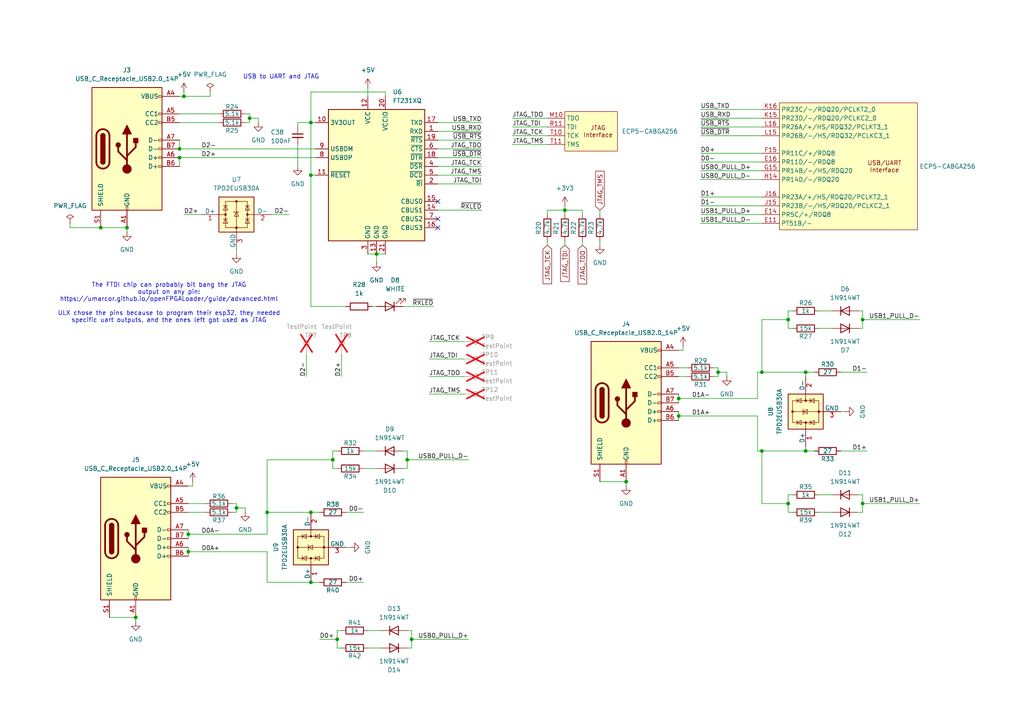
<source format=kicad_sch>
(kicad_sch (version 20250114) (generator "eeschema") (generator_version "9.0")
  (paper "A4")
  (title_block (title "Icepi zero") (date "2025-07-02") (rev "v1.2") (company "Chengyin Yao (cheyao)") (comment 1 "https://github.com/cheyao/icepi-zero") (comment 9 "OSHWA FR000026"))
  (text "USB to UART and JTAG" (at 81.534 22.352 0) (effects (font (size 1.27 1.27))))
  (text "The FTDI chip can probably bit bang the JTAG\noutput on any pin:\nhttps://umarcor.github.io/openFPGALoader/guide/advanced.html\n\nULX chose the pins because to program their esp32, they needed\nspecific uart outputs, and the ones left got used as JTAG" (at 49.022 87.884 0) (effects (font (size 1.27 1.27))))
  (junction (at 77.47 148.59))
  (junction (at 72.39 34.29))
  (junction (at 109.22 73.66))
  (junction (at 233.68 107.95))
  (junction (at 53.34 27.94))
  (junction (at 90.17 50.8))
  (junction (at 68.58 147.32))
  (junction (at 39.37 179.07))
  (junction (at 54.61 154.94))
  (junction (at 196.85 115.57))
  (junction (at 36.83 66.04))
  (junction (at 52.07 45.72))
  (junction (at 220.98 130.81))
  (junction (at 220.98 107.95))
  (junction (at 97.79 185.42))
  (junction (at 29.21 66.04))
  (junction (at 181.61 139.7))
  (junction (at 228.6 92.71))
  (junction (at 208.28 107.95))
  (junction (at 52.07 43.18))
  (junction (at 119.38 185.42))
  (junction (at 196.85 120.65))
  (junction (at 250.19 92.71))
  (junction (at 54.61 160.02))
  (junction (at 233.68 130.81))
  (junction (at 228.6 146.05))
  (junction (at 96.52 133.35))
  (junction (at 163.83 60.96))
  (junction (at 90.17 148.59))
  (junction (at 250.19 146.05))
  (junction (at 90.17 35.56))
  (junction (at 118.11 133.35))
  (junction (at 90.17 168.91))
  (no_connect (at 127 66.04))
  (no_connect (at 127 63.5))
  (no_connect (at 127 58.42))
  (wire (pts (xy 105.41 135.89) (xy 109.22 135.89)))
  (wire (pts (xy 158.75 69.85) (xy 158.75 71.12)))
  (wire (pts (xy 77.47 133.35) (xy 77.47 148.59)))
  (wire (pts (xy 72.39 33.02) (xy 72.39 34.29)))
  (wire (pts (xy 118.11 133.35) (xy 135.89 133.35)))
  (wire (pts (xy 100.33 88.9) (xy 90.17 88.9)))
  (wire (pts (xy 245.11 119.38) (xy 243.84 119.38)))
  (wire (pts (xy 250.19 148.59) (xy 248.92 148.59)))
  (wire (pts (xy 99.06 102.87) (xy 99.06 109.22)))
  (wire (pts (xy 118.11 187.96) (xy 119.38 187.96)))
  (wire (pts (xy 54.61 154.94) (xy 77.47 154.94)))
  (wire (pts (xy 124.46 104.14) (xy 134.62 104.14)))
  (wire (pts (xy 228.6 92.71) (xy 228.6 95.25)))
  (wire (pts (xy 90.17 88.9) (xy 90.17 50.8)))
  (wire (pts (xy 77.47 133.35) (xy 96.52 133.35)))
  (wire (pts (xy 101.6 158.75) (xy 100.33 158.75)))
  (wire (pts (xy 198.12 100.33) (xy 198.12 101.6)))
  (wire (pts (xy 173.99 69.85) (xy 173.99 71.12)))
  (wire (pts (xy 54.61 158.75) (xy 54.61 160.02)))
  (wire (pts (xy 118.11 133.35) (xy 118.11 135.89)))
  (wire (pts (xy 196.85 120.65) (xy 196.85 121.92)))
  (wire (pts (xy 233.68 107.95) (xy 220.98 107.95)))
  (wire (pts (xy 196.85 115.57) (xy 219.71 115.57)))
  (wire (pts (xy 207.01 109.22) (xy 208.28 109.22)))
  (wire (pts (xy 250.19 146.05) (xy 250.19 148.59)))
  (wire (pts (xy 96.52 130.81) (xy 97.79 130.81)))
  (wire (pts (xy 173.99 60.96) (xy 173.99 62.23)))
  (wire (pts (xy 228.6 95.25) (xy 229.87 95.25)))
  (wire (pts (xy 127 50.8) (xy 139.7 50.8)))
  (wire (pts (xy 233.68 109.22) (xy 233.68 107.95)))
  (wire (pts (xy 91.44 45.72) (xy 52.07 45.72)))
  (wire (pts (xy 203.2 39.37) (xy 220.98 39.37)))
  (wire (pts (xy 168.91 60.96) (xy 168.91 62.23)))
  (wire (pts (xy 97.79 182.88) (xy 99.06 182.88)))
  (wire (pts (xy 96.52 135.89) (xy 97.79 135.89)))
  (wire (pts (xy 127 60.96) (xy 139.7 60.96)))
  (wire (pts (xy 220.98 146.05) (xy 220.98 130.81)))
  (wire (pts (xy 158.75 60.96) (xy 158.75 62.23)))
  (wire (pts (xy 77.47 148.59) (xy 77.47 154.94)))
  (wire (pts (xy 243.84 130.81) (xy 251.46 130.81)))
  (wire (pts (xy 208.28 106.68) (xy 208.28 107.95)))
  (wire (pts (xy 148.59 41.91) (xy 158.75 41.91)))
  (wire (pts (xy 71.12 33.02) (xy 72.39 33.02)))
  (wire (pts (xy 203.2 31.75) (xy 220.98 31.75)))
  (wire (pts (xy 163.83 60.96) (xy 158.75 60.96)))
  (wire (pts (xy 55.88 139.7) (xy 55.88 140.97)))
  (wire (pts (xy 207.01 106.68) (xy 208.28 106.68)))
  (wire (pts (xy 243.84 107.95) (xy 251.46 107.95)))
  (wire (pts (xy 196.85 106.68) (xy 199.39 106.68)))
  (wire (pts (xy 228.6 143.51) (xy 229.87 143.51)))
  (wire (pts (xy 119.38 185.42) (xy 135.89 185.42)))
  (wire (pts (xy 196.85 114.3) (xy 196.85 115.57)))
  (wire (pts (xy 106.68 73.66) (xy 109.22 73.66)))
  (wire (pts (xy 233.68 130.81) (xy 233.68 129.54)))
  (wire (pts (xy 228.6 90.17) (xy 229.87 90.17)))
  (wire (pts (xy 219.71 120.65) (xy 219.71 130.81)))
  (wire (pts (xy 203.2 49.53) (xy 220.98 49.53)))
  (wire (pts (xy 210.82 109.22) (xy 210.82 107.95)))
  (wire (pts (xy 52.07 35.56) (xy 63.5 35.56)))
  (wire (pts (xy 220.98 146.05) (xy 228.6 146.05)))
  (wire (pts (xy 127 45.72) (xy 139.7 45.72)))
  (wire (pts (xy 92.71 185.42) (xy 97.79 185.42)))
  (wire (pts (xy 203.2 34.29) (xy 220.98 34.29)))
  (wire (pts (xy 250.19 143.51) (xy 250.19 146.05)))
  (wire (pts (xy 53.34 62.23) (xy 58.42 62.23)))
  (wire (pts (xy 90.17 50.8) (xy 90.17 35.56)))
  (wire (pts (xy 90.17 148.59) (xy 77.47 148.59)))
  (wire (pts (xy 111.76 27.94) (xy 111.76 26.67)))
  (wire (pts (xy 124.46 114.3) (xy 134.62 114.3)))
  (wire (pts (xy 220.98 130.81) (xy 233.68 130.81)))
  (wire (pts (xy 203.2 64.77) (xy 220.98 64.77)))
  (wire (pts (xy 74.93 35.56) (xy 74.93 34.29)))
  (wire (pts (xy 67.31 146.05) (xy 68.58 146.05)))
  (wire (pts (xy 127 48.26) (xy 139.7 48.26)))
  (wire (pts (xy 20.32 64.77) (xy 20.32 66.04)))
  (wire (pts (xy 68.58 72.39) (xy 68.58 73.66)))
  (wire (pts (xy 148.59 36.83) (xy 158.75 36.83)))
  (wire (pts (xy 203.2 57.15) (xy 220.98 57.15)))
  (wire (pts (xy 203.2 52.07) (xy 220.98 52.07)))
  (wire (pts (xy 220.98 92.71) (xy 228.6 92.71)))
  (wire (pts (xy 86.36 36.83) (xy 86.36 35.56)))
  (wire (pts (xy 248.92 95.25) (xy 250.19 95.25)))
  (wire (pts (xy 55.88 140.97) (xy 54.61 140.97)))
  (wire (pts (xy 203.2 46.99) (xy 220.98 46.99)))
  (wire (pts (xy 72.39 34.29) (xy 72.39 35.56)))
  (wire (pts (xy 228.6 148.59) (xy 229.87 148.59)))
  (wire (pts (xy 68.58 147.32) (xy 68.58 148.59)))
  (wire (pts (xy 119.38 185.42) (xy 119.38 187.96)))
  (wire (pts (xy 97.79 187.96) (xy 99.06 187.96)))
  (wire (pts (xy 77.47 160.02) (xy 77.47 168.91)))
  (wire (pts (xy 106.68 187.96) (xy 110.49 187.96)))
  (wire (pts (xy 52.07 43.18) (xy 91.44 43.18)))
  (wire (pts (xy 124.46 99.06) (xy 134.62 99.06)))
  (wire (pts (xy 60.96 27.94) (xy 53.34 27.94)))
  (wire (pts (xy 54.61 154.94) (xy 54.61 153.67)))
  (wire (pts (xy 77.47 168.91) (xy 90.17 168.91)))
  (wire (pts (xy 100.33 148.59) (xy 105.41 148.59)))
  (wire (pts (xy 163.83 60.96) (xy 163.83 62.23)))
  (wire (pts (xy 250.19 92.71) (xy 250.19 95.25)))
  (wire (pts (xy 237.49 90.17) (xy 241.3 90.17)))
  (wire (pts (xy 54.61 156.21) (xy 54.61 154.94)))
  (wire (pts (xy 54.61 160.02) (xy 54.61 161.29)))
  (wire (pts (xy 97.79 187.96) (xy 97.79 185.42)))
  (wire (pts (xy 90.17 168.91) (xy 92.71 168.91)))
  (wire (pts (xy 109.22 73.66) (xy 111.76 73.66)))
  (wire (pts (xy 71.12 35.56) (xy 72.39 35.56)))
  (wire (pts (xy 196.85 115.57) (xy 196.85 116.84)))
  (wire (pts (xy 118.11 182.88) (xy 119.38 182.88)))
  (wire (pts (xy 233.68 130.81) (xy 236.22 130.81)))
  (wire (pts (xy 116.84 130.81) (xy 118.11 130.81)))
  (wire (pts (xy 163.83 59.69) (xy 163.83 60.96)))
  (wire (pts (xy 90.17 148.59) (xy 92.71 148.59)))
  (wire (pts (xy 86.36 35.56) (xy 90.17 35.56)))
  (wire (pts (xy 228.6 146.05) (xy 228.6 143.51)))
  (wire (pts (xy 106.68 25.4) (xy 106.68 27.94)))
  (wire (pts (xy 237.49 143.51) (xy 241.3 143.51)))
  (wire (pts (xy 228.6 92.71) (xy 228.6 90.17)))
  (wire (pts (xy 208.28 107.95) (xy 208.28 109.22)))
  (wire (pts (xy 67.31 148.59) (xy 68.58 148.59)))
  (wire (pts (xy 106.68 182.88) (xy 110.49 182.88)))
  (wire (pts (xy 248.92 90.17) (xy 250.19 90.17)))
  (wire (pts (xy 127 43.18) (xy 139.7 43.18)))
  (wire (pts (xy 203.2 36.83) (xy 220.98 36.83)))
  (wire (pts (xy 116.84 135.89) (xy 118.11 135.89)))
  (wire (pts (xy 250.19 92.71) (xy 266.7 92.71)))
  (wire (pts (xy 233.68 107.95) (xy 236.22 107.95)))
  (wire (pts (xy 118.11 130.81) (xy 118.11 133.35)))
  (wire (pts (xy 54.61 146.05) (xy 59.69 146.05)))
  (wire (pts (xy 54.61 160.02) (xy 77.47 160.02)))
  (wire (pts (xy 148.59 39.37) (xy 158.75 39.37)))
  (wire (pts (xy 90.17 26.67) (xy 90.17 35.56)))
  (wire (pts (xy 119.38 182.88) (xy 119.38 185.42)))
  (wire (pts (xy 203.2 62.23) (xy 220.98 62.23)))
  (wire (pts (xy 107.95 88.9) (xy 109.22 88.9)))
  (wire (pts (xy 53.34 26.67) (xy 53.34 27.94)))
  (wire (pts (xy 116.84 88.9) (xy 125.73 88.9)))
  (wire (pts (xy 208.28 107.95) (xy 210.82 107.95)))
  (wire (pts (xy 78.74 62.23) (xy 83.82 62.23)))
  (wire (pts (xy 71.12 148.59) (xy 71.12 147.32)))
  (wire (pts (xy 181.61 139.7) (xy 181.61 140.97)))
  (wire (pts (xy 248.92 143.51) (xy 250.19 143.51)))
  (wire (pts (xy 54.61 148.59) (xy 59.69 148.59)))
  (wire (pts (xy 29.21 66.04) (xy 36.83 66.04)))
  (wire (pts (xy 237.49 148.59) (xy 241.3 148.59)))
  (wire (pts (xy 96.52 135.89) (xy 96.52 133.35)))
  (wire (pts (xy 163.83 69.85) (xy 163.83 71.12)))
  (wire (pts (xy 86.36 41.91) (xy 86.36 48.26)))
  (wire (pts (xy 39.37 179.07) (xy 39.37 180.34)))
  (wire (pts (xy 219.71 107.95) (xy 219.71 115.57)))
  (wire (pts (xy 68.58 146.05) (xy 68.58 147.32)))
  (wire (pts (xy 127 40.64) (xy 139.7 40.64)))
  (wire (pts (xy 109.22 76.2) (xy 109.22 73.66)))
  (wire (pts (xy 220.98 107.95) (xy 219.71 107.95)))
  (wire (pts (xy 90.17 35.56) (xy 91.44 35.56)))
  (wire (pts (xy 52.07 33.02) (xy 63.5 33.02)))
  (wire (pts (xy 196.85 120.65) (xy 219.71 120.65)))
  (wire (pts (xy 72.39 34.29) (xy 74.93 34.29)))
  (wire (pts (xy 250.19 146.05) (xy 266.7 146.05)))
  (wire (pts (xy 68.58 147.32) (xy 71.12 147.32)))
  (wire (pts (xy 163.83 60.96) (xy 168.91 60.96)))
  (wire (pts (xy 100.33 168.91) (xy 105.41 168.91)))
  (wire (pts (xy 36.83 66.04) (xy 36.83 67.31)))
  (wire (pts (xy 53.34 27.94) (xy 52.07 27.94)))
  (wire (pts (xy 228.6 146.05) (xy 228.6 148.59)))
  (wire (pts (xy 196.85 109.22) (xy 199.39 109.22)))
  (wire (pts (xy 148.59 34.29) (xy 158.75 34.29)))
  (wire (pts (xy 219.71 130.81) (xy 220.98 130.81)))
  (wire (pts (xy 198.12 101.6) (xy 196.85 101.6)))
  (wire (pts (xy 91.44 50.8) (xy 90.17 50.8)))
  (wire (pts (xy 237.49 95.25) (xy 241.3 95.25)))
  (wire (pts (xy 96.52 133.35) (xy 96.52 130.81)))
  (wire (pts (xy 196.85 119.38) (xy 196.85 120.65)))
  (wire (pts (xy 52.07 40.64) (xy 52.07 43.18)))
  (wire (pts (xy 31.75 179.07) (xy 39.37 179.07)))
  (wire (pts (xy 97.79 185.42) (xy 97.79 182.88)))
  (wire (pts (xy 88.9 102.87) (xy 88.9 109.22)))
  (wire (pts (xy 52.07 45.72) (xy 52.07 48.26)))
  (wire (pts (xy 127 38.1) (xy 139.7 38.1)))
  (wire (pts (xy 203.2 44.45) (xy 220.98 44.45)))
  (wire (pts (xy 60.96 26.67) (xy 60.96 27.94)))
  (wire (pts (xy 168.91 69.85) (xy 168.91 71.12)))
  (wire (pts (xy 127 35.56) (xy 139.7 35.56)))
  (wire (pts (xy 20.32 66.04) (xy 29.21 66.04)))
  (wire (pts (xy 173.99 139.7) (xy 181.61 139.7)))
  (wire (pts (xy 111.76 26.67) (xy 90.17 26.67)))
  (wire (pts (xy 124.46 109.22) (xy 134.62 109.22)))
  (wire (pts (xy 203.2 59.69) (xy 220.98 59.69)))
  (wire (pts (xy 127 53.34) (xy 139.7 53.34)))
  (wire (pts (xy 250.19 90.17) (xy 250.19 92.71)))
  (wire (pts (xy 220.98 107.95) (xy 220.98 92.71)))
  (wire (pts (xy 105.41 130.81) (xy 109.22 130.81)))
  (label "JTAG_TDO" (at 139.7 43.18 180))
  (label "JTAG_TCK" (at 139.7 48.26 180))
  (label "D0+" (at 203.2 44.45 0))
  (label "D2-" (at 83.82 62.23 180))
  (label "D0-" (at 105.41 148.59 180))
  (label "~{USB_DTR}" (at 139.7 45.72 180))
  (label "USB1_PULL_D-" (at 266.7 92.71 180))
  (label "USB1_PULL_D-" (at 203.2 64.77 0))
  (label "USB1_PULL_D+" (at 203.2 62.23 0))
  (label "D0A-" (at 58.42 154.94 0))
  (label "D1A+" (at 200.66 120.65 0))
  (label "~{USB_RTS}" (at 203.2 36.83 0))
  (label "~{RXLED}" (at 125.73 88.9 180))
  (label "JTAG_TDI" (at 139.7 53.34 180))
  (label "JTAG_TDI" (at 148.59 36.83 0))
  (label "D1-" (at 203.2 59.69 0))
  (label "D1-" (at 251.46 107.95 180))
  (label "JTAG_TMS" (at 148.59 41.91 0))
  (label "D2-" (at 58.42 43.18 0))
  (label "D2-" (at 88.9 109.22 90))
  (label "D0+" (at 92.71 185.42 0))
  (label "USB0_PULL_D+" (at 203.2 49.53 0))
  (label "USB_TXD" (at 139.7 35.56 180))
  (label "~{RXLED}" (at 139.7 60.96 180))
  (label "~{USB_RTS}" (at 139.7 40.64 180))
  (label "USB0_PULL_D-" (at 203.2 52.07 0))
  (label "D2+" (at 53.34 62.23 0))
  (label "D1A-" (at 200.66 115.57 0))
  (label "JTAG_TCK" (at 124.46 99.06 0))
  (label "JTAG_TDO" (at 148.59 34.29 0))
  (label "D1+" (at 251.46 130.81 180))
  (label "USB0_PULL_D-" (at 135.89 133.35 180))
  (label "D0A+" (at 58.42 160.02 0))
  (label "D2+" (at 58.42 45.72 0))
  (label "USB1_PULL_D+" (at 266.7 146.05 180))
  (label "USB_TXD" (at 203.2 31.75 0))
  (label "USB0_PULL_D+" (at 135.89 185.42 180))
  (label "D1+" (at 203.2 57.15 0))
  (label "D0+" (at 105.41 168.91 180))
  (label "D0-" (at 203.2 46.99 0))
  (label "~{USB_DTR}" (at 203.2 39.37 0))
  (label "JTAG_TDI" (at 124.46 104.14 0))
  (label "JTAG_TMS" (at 139.7 50.8 180))
  (label "USB_RXD" (at 139.7 38.1 180))
  (label "JTAG_TCK" (at 148.59 39.37 0))
  (label "D2+" (at 99.06 109.22 90))
  (label "JTAG_TDO" (at 124.46 109.22 0))
  (label "USB_RXD" (at 203.2 34.29 0))
  (label "JTAG_TMS" (at 124.46 114.3 0))
  (global_label "JTAG_TMS" (shape input) (at 173.99 60.96 90) (property "Intersheetrefs" "${INTERSHEET_REFS}" (effects (hide yes))))
  (global_label "JTAG_TCK" (shape input) (at 158.75 71.12 270) (property "Intersheetrefs" "${INTERSHEET_REFS}" (effects (hide yes))))
  (global_label "JTAG_TDI" (shape input) (at 163.83 71.12 270) (property "Intersheetrefs" "${INTERSHEET_REFS}" (effects (hide yes))))
  (global_label "JTAG_TDO" (shape input) (at 168.91 71.12 270) (property "Intersheetrefs" "${INTERSHEET_REFS}" (effects (hide yes))))
  (symbol (lib_id "Device:R") (at 240.03 130.81 270) (unit 1)
    (property "Reference" "R33" (at 240.03 133.096 90))
    (property "Value" "27" (at 240.03 130.81 90))
    (property "Footprint" "Resistor_SMD:R_0201_0603Metric" (effects (hide yes)))
    (property "Description" "Resistor" (effects (hide yes)))
    (property "LCSC Part #" "C473051" (effects (hide yes)))
  )
  (symbol (lib_id "Connector:USB_C_Receptacle_USB2.0_14P") (at 181.61 116.84 0) (unit 1)
    (property "Reference" "J4" (at 181.61 93.98 0))
    (property "Value" "USB_C_Receptacle_USB2.0_14P" (at 181.61 96.52 0))
    (property "Footprint" "Connector_USB:USB_C_Receptacle_GCT_USB4105-xx-A_16P_TopMnt_Horizontal" (effects (hide yes)))
    (property "Datasheet" "https://www.usb.org/sites/default/files/documents/usb_type-c.zip" (effects (hide yes)))
    (property "Description" "USB 2.0-only 14P Type-C Receptacle connector" (effects (hide yes)))
    (property "LCSC Part #" "C2765186" (effects (hide yes)))
  )
  (symbol (lib_id "Diode:1N914WT") (at 245.11 148.59 0) (mirror y) (unit 1)
    (property "Reference" "D12" (at 245.11 154.94 0))
    (property "Value" "1N914WT" (at 245.11 152.4 0))
    (property "Footprint" "Diode_SMD:D_SOD-523" (effects (hide yes)))
    (property "Datasheet" "http://www.mouser.com/ds/2/149/1N4148WT-461550.pdf" (effects (hide yes)))
    (property "Description" "75V 0.15A Fast switching Diode, SOD-523" (effects (hide yes)))
    (property "Sim.Device" "D" (effects (hide yes)))
    (property "Sim.Pins" "1=K 2=A" (effects (hide yes)))
    (property "LCSC Part #" "C2836064" (effects (hide yes)))
  )
  (symbol (lib_id "Power_Protection:TPD2EUSB30A") (at 68.58 62.23 0) (unit 1)
    (property "Reference" "U7" (at 68.58 52.07 0))
    (property "Value" "TPD2EUSB30A" (at 68.58 54.61 0))
    (property "Footprint" "Package_TO_SOT_SMD:Texas_DRT-3" (effects (hide yes)))
    (property "Datasheet" "http://www.ti.com/lit/ds/symlink/tpd2eusb30a.pdf" (effects (hide yes)))
    (property "Description" "2-Channel ESD Protection for Super-Speed USB 3.0 Interface, DRT-3" (effects (hide yes)))
    (property "LCSC Part #" "C3011197" (effects (hide yes)))
  )
  (symbol (lib_id "Device:R") (at 233.68 90.17 270) (mirror x) (unit 1)
    (property "Reference" "R26" (at 233.68 87.884 90))
    (property "Value" "1k" (at 233.68 90.17 90))
    (property "Footprint" "Resistor_SMD:R_0402_1005Metric" (effects (hide yes)))
    (property "Description" "Resistor" (effects (hide yes)))
    (property "LCSC Part #" "C11702" (effects (hide yes)))
  )
  (symbol (lib_id "power:GND") (at 71.12 148.59 0) (unit 1)
    (property "Reference" "#PWR068" (effects (hide yes)))
    (property "Value" "GND" (at 71.12 153.67 0))
    (property "Description" "Power symbol creates a global label with name \"GND\" , ground" (effects (hide yes)))
  )
  (symbol (lib_id "power:+5V") (at 106.68 25.4 0) (unit 1)
    (property "Reference" "#PWR056" (effects (hide yes)))
    (property "Value" "+5V" (at 106.68 20.32 0))
    (property "Description" "Power symbol creates a global label with name \"+5V\"" (effects (hide yes)))
  )
  (symbol (lib_id "power:GND") (at 210.82 109.22 0) (unit 1)
    (property "Reference" "#PWR064" (effects (hide yes)))
    (property "Value" "GND" (at 210.82 114.3 0))
    (property "Description" "Power symbol creates a global label with name \"GND\" , ground" (effects (hide yes)))
  )
  (symbol (lib_id "Connector:TestPoint") (at 134.62 104.14 270) (unit 1) (dnp yes)
    (property "Reference" "TP10" (at 139.7 102.8699 90) (effects (justify left)))
    (property "Value" "TestPoint" (at 139.7 105.4099 90) (effects (justify left)))
    (property "Footprint" "TestPoint:TestPoint_Pad_D1.0mm" (effects (hide yes)))
    (property "Description" "test point" (effects (hide yes)))
  )
  (symbol (lib_id "power:GND") (at 181.61 140.97 0) (unit 1)
    (property "Reference" "#PWR067" (effects (hide yes)))
    (property "Value" "GND" (at 181.61 146.05 0))
    (property "Description" "Power symbol creates a global label with name \"GND\" , ground" (effects (hide yes)))
  )
  (symbol (lib_id "power:GND") (at 36.83 67.31 0) (unit 1)
    (property "Reference" "#PWR060" (effects (hide yes)))
    (property "Value" "GND" (at 36.83 72.39 0))
    (property "Description" "Power symbol creates a global label with name \"GND\" , ground" (effects (hide yes)))
  )
  (symbol (lib_id "Connector:USB_C_Receptacle_USB2.0_14P") (at 36.83 43.18 0) (unit 1)
    (property "Reference" "J3" (at 36.83 20.32 0))
    (property "Value" "USB_C_Receptacle_USB2.0_14P" (at 36.83 22.86 0))
    (property "Footprint" "Connector_USB:USB_C_Receptacle_GCT_USB4105-xx-A_16P_TopMnt_Horizontal" (effects (hide yes)))
    (property "Datasheet" "https://www.usb.org/sites/default/files/documents/usb_type-c.zip" (effects (hide yes)))
    (property "Description" "USB 2.0-only 14P Type-C Receptacle connector" (effects (hide yes)))
    (property "LCSC Part #" "C2765186" (effects (hide yes)))
  )
  (symbol (lib_id "power:GND") (at 109.22 76.2 0) (unit 1)
    (property "Reference" "#PWR062" (effects (hide yes)))
    (property "Value" "GND" (at 109.22 81.28 0))
    (property "Description" "Power symbol creates a global label with name \"GND\" , ground" (effects (hide yes)))
  )
  (symbol (lib_id "Diode:1N914WT") (at 114.3 182.88 0) (mirror x) (unit 1)
    (property "Reference" "D13" (at 114.3 176.53 0))
    (property "Value" "1N914WT" (at 114.3 179.07 0))
    (property "Footprint" "Diode_SMD:D_SOD-523" (effects (hide yes)))
    (property "Datasheet" "http://www.mouser.com/ds/2/149/1N4148WT-461550.pdf" (effects (hide yes)))
    (property "Description" "75V 0.15A Fast switching Diode, SOD-523" (effects (hide yes)))
    (property "Sim.Device" "D" (effects (hide yes)))
    (property "Sim.Pins" "1=K 2=A" (effects (hide yes)))
    (property "LCSC Part #" "C2836064" (effects (hide yes)))
  )
  (symbol (lib_id "Device:R") (at 96.52 148.59 270) (mirror x) (unit 1)
    (property "Reference" "R38" (at 96.52 146.304 90))
    (property "Value" "27" (at 96.52 148.59 90))
    (property "Footprint" "Resistor_SMD:R_0201_0603Metric" (effects (hide yes)))
    (property "Description" "Resistor" (effects (hide yes)))
    (property "LCSC Part #" "C473051" (effects (hide yes)))
  )
  (symbol (lib_id "Device:R") (at 203.2 109.22 270) (unit 1)
    (property "Reference" "R31" (at 203.2 111.506 90))
    (property "Value" "5.1k" (at 203.2 109.22 90))
    (property "Footprint" "Resistor_SMD:R_0402_1005Metric" (effects (hide yes)))
    (property "Description" "Resistor" (effects (hide yes)))
    (property "LCSC Part #" "C25905 " (effects (hide yes)))
  )
  (symbol (lib_id "Device:R") (at 101.6 135.89 270) (unit 1)
    (property "Reference" "R34" (at 101.6 138.176 90))
    (property "Value" "15k" (at 101.6 135.89 90))
    (property "Footprint" "Resistor_SMD:R_0402_1005Metric" (effects (hide yes)))
    (property "Description" "Resistor" (effects (hide yes)))
    (property "LCSC Part #" "C25756" (effects (hide yes)))
  )
  (symbol (lib_id "Device:R") (at 168.91 66.04 0) (unit 1)
    (property "Reference" "R22" (at 166.37 68.072 90) (effects (justify left)))
    (property "Value" "4.7k" (at 168.91 68.072 90) (effects (justify left)))
    (property "Footprint" "Resistor_SMD:R_0402_1005Metric" (effects (hide yes)))
    (property "Description" "Resistor" (effects (hide yes)))
    (property "LCSC Part #" "C25900 " (effects (hide yes)))
  )
  (symbol (lib_id "Diode:1N914WT") (at 245.11 95.25 0) (mirror y) (unit 1)
    (property "Reference" "D7" (at 245.11 101.6 0))
    (property "Value" "1N914WT" (at 245.11 99.06 0))
    (property "Footprint" "Diode_SMD:D_SOD-523" (effects (hide yes)))
    (property "Datasheet" "http://www.mouser.com/ds/2/149/1N4148WT-461550.pdf" (effects (hide yes)))
    (property "Description" "75V 0.15A Fast switching Diode, SOD-523" (effects (hide yes)))
    (property "Sim.Device" "D" (effects (hide yes)))
    (property "Sim.Pins" "1=K 2=A" (effects (hide yes)))
    (property "LCSC Part #" "C2836064" (effects (hide yes)))
  )
  (symbol (lib_id "Device:R") (at 101.6 130.81 270) (mirror x) (unit 1)
    (property "Reference" "R32" (at 101.6 128.524 90))
    (property "Value" "1k" (at 101.6 130.81 90))
    (property "Footprint" "Resistor_SMD:R_0402_1005Metric" (effects (hide yes)))
    (property "Description" "Resistor" (effects (hide yes)))
    (property "LCSC Part #" "C11702" (effects (hide yes)))
  )
  (symbol (lib_id "Device:C_Small") (at 86.36 39.37 0) (unit 1)
    (property "Reference" "C38" (at 78.486 38.354 0) (effects (justify left)))
    (property "Value" "100nF" (at 78.486 40.894 0) (effects (justify left)))
    (property "Footprint" "Capacitor_SMD:C_0402_1005Metric" (effects (hide yes)))
    (property "Description" "Unpolarized capacitor, small symbol" (effects (hide yes)))
    (property "LCSC Part #" "C307331 " (effects (hide yes)))
  )
  (symbol (lib_id "Device:R") (at 163.83 66.04 0) (unit 1)
    (property "Reference" "R21" (at 161.29 68.072 90) (effects (justify left)))
    (property "Value" "4.7k" (at 163.83 68.072 90) (effects (justify left)))
    (property "Footprint" "Resistor_SMD:R_0402_1005Metric" (effects (hide yes)))
    (property "Description" "Resistor" (effects (hide yes)))
    (property "LCSC Part #" "C25900 " (effects (hide yes)))
  )
  (symbol (lib_id "Connector:TestPoint") (at 99.06 102.87 0) (unit 1) (dnp yes)
    (property "Reference" "TP8" (at 102.108 97.282 0) (effects (justify right)))
    (property "Value" "TestPoint" (at 102.108 94.742 0) (effects (justify right)))
    (property "Footprint" "TestPoint:TestPoint_Pad_D2.0mm" (effects (hide yes)))
    (property "Description" "test point" (effects (hide yes)))
  )
  (symbol (lib_id "power:GND") (at 74.93 35.56 0) (unit 1)
    (property "Reference" "#PWR058" (effects (hide yes)))
    (property "Value" "GND" (at 74.93 40.64 0))
    (property "Description" "Power symbol creates a global label with name \"GND\" , ground" (effects (hide yes)))
  )
  (symbol (lib_id "power:GND") (at 86.36 48.26 0) (unit 1)
    (property "Reference" "#PWR059" (effects (hide yes)))
    (property "Value" "GND" (at 86.36 53.34 0))
    (property "Description" "Power symbol creates a global label with name \"GND\" , ground" (effects (hide yes)))
  )
  (symbol (lib_id "Device:LED") (at 113.03 88.9 180) (unit 1)
    (property "Reference" "D8" (at 114.6175 81.28 0))
    (property "Value" "WHITE" (at 114.6175 83.82 0))
    (property "Footprint" "LED_SMD:LED_0603_1608Metric" (effects (hide yes)))
    (property "Description" "Light emitting diode" (effects (hide yes)))
    (property "Sim.Pins" "1=K 2=A" (effects (hide yes)))
    (property "LCSC Part #" "C2290" (effects (hide yes)))
  )
  (symbol (lib_id "Diode:1N914WT") (at 114.3 187.96 0) (mirror y) (unit 1)
    (property "Reference" "D14" (at 114.3 194.31 0))
    (property "Value" "1N914WT" (at 114.3 191.77 0))
    (property "Footprint" "Diode_SMD:D_SOD-523" (effects (hide yes)))
    (property "Datasheet" "http://www.mouser.com/ds/2/149/1N4148WT-461550.pdf" (effects (hide yes)))
    (property "Description" "75V 0.15A Fast switching Diode, SOD-523" (effects (hide yes)))
    (property "Sim.Device" "D" (effects (hide yes)))
    (property "Sim.Pins" "1=K 2=A" (effects (hide yes)))
    (property "LCSC Part #" "C2836064" (effects (hide yes)))
  )
  (symbol (lib_id "power:+5V") (at 198.12 100.33 0) (unit 1)
    (property "Reference" "#PWR063" (effects (hide yes)))
    (property "Value" "+5V" (at 198.12 95.25 0))
    (property "Description" "Power symbol creates a global label with name \"+5V\"" (effects (hide yes)))
  )
  (symbol (lib_id "power:GND") (at 68.58 73.66 0) (unit 1)
    (property "Reference" "#PWR061" (effects (hide yes)))
    (property "Value" "GND" (at 68.58 78.74 0))
    (property "Description" "Power symbol creates a global label with name \"GND\" , ground" (effects (hide yes)))
  )
  (symbol (lib_id "Device:R") (at 104.14 88.9 90) (unit 1)
    (property "Reference" "R28" (at 104.14 82.55 90))
    (property "Value" "1k" (at 104.14 85.09 90))
    (property "Footprint" "Resistor_SMD:R_0402_1005Metric" (effects (hide yes)))
    (property "Description" "Resistor" (effects (hide yes)))
    (property "LCSC Part #" "C11702" (effects (hide yes)))
  )
  (symbol (lib_id "Interface_USB:FT231XQ") (at 109.22 50.8 0) (unit 1)
    (property "Reference" "U6" (at 113.9033 26.67 0) (effects (justify left)))
    (property "Value" "FT231XQ" (at 113.9033 29.21 0) (effects (justify left)))
    (property "Footprint" "Package_DFN_QFN:QFN-20-1EP_4x4mm_P0.5mm_EP2.5x2.5mm" (effects (hide yes)))
    (property "Datasheet" "https://www.ftdichip.com/Support/Documents/DataSheets/ICs/DS_FT231X.pdf" (effects (hide yes)))
    (property "Description" "Full Speed USB to Full Handshake UART, QFN-20" (effects (hide yes)))
    (property "LCSC Part #" "C132159" (effects (hide yes)))
  )
  (symbol (lib_id "Power_Protection:TPD2EUSB30A") (at 90.17 158.75 90) (unit 1)
    (property "Reference" "U9" (at 80.01 158.75 0))
    (property "Value" "TPD2EUSB30A" (at 82.55 158.75 0))
    (property "Footprint" "Package_TO_SOT_SMD:Texas_DRT-3" (effects (hide yes)))
    (property "Datasheet" "http://www.ti.com/lit/ds/symlink/tpd2eusb30a.pdf" (effects (hide yes)))
    (property "Description" "2-Channel ESD Protection for Super-Speed USB 3.0 Interface, DRT-3" (effects (hide yes)))
    (property "LCSC Part #" "C3011197" (effects (hide yes)))
  )
  (symbol (lib_id "Diode:1N914WT") (at 245.11 143.51 0) (mirror x) (unit 1)
    (property "Reference" "D11" (at 245.11 137.16 0))
    (property "Value" "1N914WT" (at 245.11 139.7 0))
    (property "Footprint" "Diode_SMD:D_SOD-523" (effects (hide yes)))
    (property "Datasheet" "http://www.mouser.com/ds/2/149/1N4148WT-461550.pdf" (effects (hide yes)))
    (property "Description" "75V 0.15A Fast switching Diode, SOD-523" (effects (hide yes)))
    (property "Sim.Device" "D" (effects (hide yes)))
    (property "Sim.Pins" "1=K 2=A" (effects (hide yes)))
    (property "LCSC Part #" "C2836064" (effects (hide yes)))
  )
  (symbol (lib_id "Device:R") (at 67.31 35.56 270) (unit 1)
    (property "Reference" "R25" (at 67.31 37.846 90))
    (property "Value" "5.1k" (at 67.31 35.56 90))
    (property "Footprint" "Resistor_SMD:R_0402_1005Metric" (effects (hide yes)))
    (property "Description" "Resistor" (effects (hide yes)))
    (property "LCSC Part #" "C25905 " (effects (hide yes)))
  )
  (symbol (lib_id "Device:R") (at 173.99 66.04 0) (unit 1)
    (property "Reference" "R23" (at 171.45 68.072 90) (effects (justify left)))
    (property "Value" "4.7k" (at 173.99 68.072 90) (effects (justify left)))
    (property "Footprint" "Resistor_SMD:R_0402_1005Metric" (effects (hide yes)))
    (property "Description" "Resistor" (effects (hide yes)))
    (property "LCSC Part #" "C25900 " (effects (hide yes)))
  )
  (symbol (lib_id "power:PWR_FLAG") (at 20.32 64.77 0) (unit 1)
    (property "Reference" "#FLG07" (effects (hide yes)))
    (property "Value" "PWR_FLAG" (at 20.32 59.69 0))
    (property "Description" "Special symbol for telling ERC where power comes from" (effects (hide yes)))
  )
  (symbol (lib_id "power:+5V") (at 55.88 139.7 0) (unit 1)
    (property "Reference" "#PWR066" (effects (hide yes)))
    (property "Value" "+5V" (at 55.88 134.62 0))
    (property "Description" "Power symbol creates a global label with name \"+5V\"" (effects (hide yes)))
  )
  (symbol (lib_id "icepi-lib:LFE5U-25F-6BG256x") (at 171.45 38.1 0) (unit 2)
    (property "Reference" "U1" (effects (hide yes)))
    (property "Value" "ECP5-CABGA256" (at 180.34 38.1 0) (effects (justify left)))
    (property "Footprint" "Package_BGA:BGA-256_14.0x14.0mm_Layout16x16_P0.8mm_Ball0.45mm_Pad0.32mm_NSMD" (effects (hide yes)))
    (property "Description" "ECP5 FPGA, 24K LUTs, 1.2V, BGA-256" (effects (hide yes)))
  )
  (symbol (lib_id "Connector:TestPoint") (at 134.62 109.22 270) (unit 1) (dnp yes)
    (property "Reference" "TP11" (at 139.7 107.9499 90) (effects (justify left)))
    (property "Value" "TestPoint" (at 139.7 110.4899 90) (effects (justify left)))
    (property "Footprint" "TestPoint:TestPoint_Pad_D1.0mm" (effects (hide yes)))
    (property "Description" "test point" (effects (hide yes)))
  )
  (symbol (lib_id "power:GND") (at 173.99 71.12 0) (unit 1)
    (property "Reference" "#PWR055" (effects (hide yes)))
    (property "Value" "GND" (at 173.99 76.2 0))
    (property "Description" "Power symbol creates a global label with name \"GND\" , ground" (effects (hide yes)))
  )
  (symbol (lib_id "Device:R") (at 233.68 148.59 270) (unit 1)
    (property "Reference" "R39" (at 233.68 150.876 90))
    (property "Value" "15k" (at 233.68 148.59 90))
    (property "Footprint" "Resistor_SMD:R_0402_1005Metric" (effects (hide yes)))
    (property "Description" "Resistor" (effects (hide yes)))
    (property "LCSC Part #" "C25756" (effects (hide yes)))
  )
  (symbol (lib_id "Diode:1N914WT") (at 113.03 135.89 0) (mirror y) (unit 1)
    (property "Reference" "D10" (at 113.03 142.24 0))
    (property "Value" "1N914WT" (at 113.03 139.7 0))
    (property "Footprint" "Diode_SMD:D_SOD-523" (effects (hide yes)))
    (property "Datasheet" "http://www.mouser.com/ds/2/149/1N4148WT-461550.pdf" (effects (hide yes)))
    (property "Description" "75V 0.15A Fast switching Diode, SOD-523" (effects (hide yes)))
    (property "Sim.Device" "D" (effects (hide yes)))
    (property "Sim.Pins" "1=K 2=A" (effects (hide yes)))
    (property "LCSC Part #" "C2836064" (effects (hide yes)))
  )
  (symbol (lib_id "power:GND") (at 39.37 180.34 0) (unit 1)
    (property "Reference" "#PWR070" (effects (hide yes)))
    (property "Value" "GND" (at 39.37 185.42 0))
    (property "Description" "Power symbol creates a global label with name \"GND\" , ground" (effects (hide yes)))
  )
  (symbol (lib_id "power:+5V") (at 53.34 26.67 0) (unit 1)
    (property "Reference" "#PWR057" (effects (hide yes)))
    (property "Value" "+5V" (at 53.34 21.59 0))
    (property "Description" "Power symbol creates a global label with name \"+5V\"" (effects (hide yes)))
  )
  (symbol (lib_id "power:GND") (at 101.6 158.75 90) (unit 1)
    (property "Reference" "#PWR069" (effects (hide yes)))
    (property "Value" "GND" (at 106.68 158.75 0))
    (property "Description" "Power symbol creates a global label with name \"GND\" , ground" (effects (hide yes)))
  )
  (symbol (lib_id "Diode:1N914WT") (at 245.11 90.17 0) (mirror x) (unit 1)
    (property "Reference" "D6" (at 245.11 83.82 0))
    (property "Value" "1N914WT" (at 245.11 86.36 0))
    (property "Footprint" "Diode_SMD:D_SOD-523" (effects (hide yes)))
    (property "Datasheet" "http://www.mouser.com/ds/2/149/1N4148WT-461550.pdf" (effects (hide yes)))
    (property "Description" "75V 0.15A Fast switching Diode, SOD-523" (effects (hide yes)))
    (property "Sim.Device" "D" (effects (hide yes)))
    (property "Sim.Pins" "1=K 2=A" (effects (hide yes)))
    (property "LCSC Part #" "C2836064" (effects (hide yes)))
  )
  (symbol (lib_id "Device:R") (at 96.52 168.91 270) (unit 1)
    (property "Reference" "R40" (at 96.52 171.196 90))
    (property "Value" "27" (at 96.52 168.91 90))
    (property "Footprint" "Resistor_SMD:R_0201_0603Metric" (effects (hide yes)))
    (property "Description" "Resistor" (effects (hide yes)))
    (property "LCSC Part #" "C473051" (effects (hide yes)))
  )
  (symbol (lib_id "Connector:TestPoint") (at 134.62 114.3 270) (unit 1) (dnp yes)
    (property "Reference" "TP12" (at 139.7 113.0299 90) (effects (justify left)))
    (property "Value" "TestPoint" (at 139.7 115.5699 90) (effects (justify left)))
    (property "Footprint" "TestPoint:TestPoint_Pad_D1.0mm" (effects (hide yes)))
    (property "Description" "test point" (effects (hide yes)))
  )
  (symbol (lib_id "Power_Protection:TPD2EUSB30A") (at 233.68 119.38 90) (unit 1)
    (property "Reference" "U8" (at 223.52 119.38 0))
    (property "Value" "TPD2EUSB30A" (at 226.06 119.38 0))
    (property "Footprint" "Package_TO_SOT_SMD:Texas_DRT-3" (effects (hide yes)))
    (property "Datasheet" "http://www.ti.com/lit/ds/symlink/tpd2eusb30a.pdf" (effects (hide yes)))
    (property "Description" "2-Channel ESD Protection for Super-Speed USB 3.0 Interface, DRT-3" (effects (hide yes)))
    (property "LCSC Part #" "C3011197" (effects (hide yes)))
  )
  (symbol (lib_id "Connector:TestPoint") (at 134.62 99.06 270) (unit 1) (dnp yes)
    (property "Reference" "TP9" (at 139.7 97.7899 90) (effects (justify left)))
    (property "Value" "TestPoint" (at 139.7 100.3299 90) (effects (justify left)))
    (property "Footprint" "TestPoint:TestPoint_Pad_D1.0mm" (effects (hide yes)))
    (property "Description" "test point" (effects (hide yes)))
  )
  (symbol (lib_id "Device:R") (at 203.2 106.68 90) (unit 1)
    (property "Reference" "R29" (at 203.2 104.648 90))
    (property "Value" "5.1k" (at 203.2 106.68 90))
    (property "Footprint" "Resistor_SMD:R_0402_1005Metric" (effects (hide yes)))
    (property "Description" "Resistor" (effects (hide yes)))
    (property "LCSC Part #" "C25905 " (effects (hide yes)))
  )
  (symbol (lib_id "Device:R") (at 158.75 66.04 0) (unit 1)
    (property "Reference" "R20" (at 156.21 68.072 90) (effects (justify left)))
    (property "Value" "4.7k" (at 158.75 68.072 90) (effects (justify left)))
    (property "Footprint" "Resistor_SMD:R_0402_1005Metric" (effects (hide yes)))
    (property "Description" "Resistor" (effects (hide yes)))
    (property "LCSC Part #" "C25900 " (effects (hide yes)))
  )
  (symbol (lib_id "Diode:1N914WT") (at 113.03 130.81 0) (mirror x) (unit 1)
    (property "Reference" "D9" (at 113.03 124.46 0))
    (property "Value" "1N914WT" (at 113.03 127 0))
    (property "Footprint" "Diode_SMD:D_SOD-523" (effects (hide yes)))
    (property "Datasheet" "http://www.mouser.com/ds/2/149/1N4148WT-461550.pdf" (effects (hide yes)))
    (property "Description" "75V 0.15A Fast switching Diode, SOD-523" (effects (hide yes)))
    (property "Sim.Device" "D" (effects (hide yes)))
    (property "Sim.Pins" "1=K 2=A" (effects (hide yes)))
    (property "LCSC Part #" "C2836064" (effects (hide yes)))
  )
  (symbol (lib_id "power:PWR_FLAG") (at 60.96 26.67 0) (unit 1)
    (property "Reference" "#FLG06" (effects (hide yes)))
    (property "Value" "PWR_FLAG" (at 60.96 21.59 0))
    (property "Description" "Special symbol for telling ERC where power comes from" (effects (hide yes)))
  )
  (symbol (lib_id "Device:R") (at 240.03 107.95 270) (mirror x) (unit 1)
    (property "Reference" "R30" (at 240.03 105.664 90))
    (property "Value" "27" (at 240.03 107.95 90))
    (property "Footprint" "Resistor_SMD:R_0201_0603Metric" (effects (hide yes)))
    (property "Description" "Resistor" (effects (hide yes)))
    (property "LCSC Part #" "C473051" (effects (hide yes)))
  )
  (symbol (lib_id "Device:R") (at 233.68 95.25 270) (unit 1)
    (property "Reference" "R27" (at 233.68 97.536 90))
    (property "Value" "15k" (at 233.68 95.25 90))
    (property "Footprint" "Resistor_SMD:R_0402_1005Metric" (effects (hide yes)))
    (property "Description" "Resistor" (effects (hide yes)))
    (property "LCSC Part #" "C25756" (effects (hide yes)))
  )
  (symbol (lib_id "Connector:TestPoint") (at 88.9 102.87 0) (unit 1) (dnp yes)
    (property "Reference" "TP7" (at 91.948 97.282 0) (effects (justify right)))
    (property "Value" "TestPoint" (at 91.948 94.742 0) (effects (justify right)))
    (property "Footprint" "TestPoint:TestPoint_Pad_D2.0mm" (effects (hide yes)))
    (property "Description" "test point" (effects (hide yes)))
  )
  (symbol (lib_id "Device:R") (at 63.5 148.59 270) (unit 1)
    (property "Reference" "R37" (at 63.5 150.876 90))
    (property "Value" "5.1k" (at 63.5 148.59 90))
    (property "Footprint" "Resistor_SMD:R_0402_1005Metric" (effects (hide yes)))
    (property "Description" "Resistor" (effects (hide yes)))
    (property "LCSC Part #" "C25905 " (effects (hide yes)))
  )
  (symbol (lib_id "Device:R") (at 63.5 146.05 90) (unit 1)
    (property "Reference" "R36" (at 63.5 144.018 90))
    (property "Value" "5.1k" (at 63.5 146.05 90))
    (property "Footprint" "Resistor_SMD:R_0402_1005Metric" (effects (hide yes)))
    (property "Description" "Resistor" (effects (hide yes)))
    (property "LCSC Part #" "C25905 " (effects (hide yes)))
  )
  (symbol (lib_id "Device:R") (at 102.87 187.96 270) (unit 1)
    (property "Reference" "R42" (at 102.87 190.246 90))
    (property "Value" "15k" (at 102.87 187.96 90))
    (property "Footprint" "Resistor_SMD:R_0402_1005Metric" (effects (hide yes)))
    (property "Description" "Resistor" (effects (hide yes)))
    (property "LCSC Part #" "C25756" (effects (hide yes)))
  )
  (symbol (lib_id "power:+3V3") (at 163.83 59.69 0) (unit 1)
    (property "Reference" "#PWR054" (effects (hide yes)))
    (property "Value" "+3V3" (at 163.83 54.61 0))
    (property "Description" "Power symbol creates a global label with name \"+3V3\"" (effects (hide yes)))
  )
  (symbol (lib_id "Device:R") (at 102.87 182.88 270) (mirror x) (unit 1)
    (property "Reference" "R41" (at 102.87 180.594 90))
    (property "Value" "1k" (at 102.87 182.88 90))
    (property "Footprint" "Resistor_SMD:R_0402_1005Metric" (effects (hide yes)))
    (property "Description" "Resistor" (effects (hide yes)))
    (property "LCSC Part #" "C11702" (effects (hide yes)))
  )
  (symbol (lib_id "icepi-lib:LFE5U-25F-6BG256x") (at 246.38 48.26 0) (unit 5)
    (property "Reference" "U1" (effects (hide yes)))
    (property "Value" "ECP5-CABGA256" (at 266.7 48.26 0) (effects (justify left)))
    (property "Footprint" "Package_BGA:BGA-256_14.0x14.0mm_Layout16x16_P0.8mm_Ball0.45mm_Pad0.32mm_NSMD" (effects (hide yes)))
    (property "Description" "ECP5 FPGA, 24K LUTs, 1.2V, BGA-256" (effects (hide yes)))
  )
  (symbol (lib_id "Device:R") (at 233.68 143.51 270) (mirror x) (unit 1)
    (property "Reference" "R35" (at 233.68 141.224 90))
    (property "Value" "1k" (at 233.68 143.51 90))
    (property "Footprint" "Resistor_SMD:R_0402_1005Metric" (effects (hide yes)))
    (property "Description" "Resistor" (effects (hide yes)))
    (property "LCSC Part #" "C11702" (effects (hide yes)))
  )
  (symbol (lib_id "Device:R") (at 67.31 33.02 90) (unit 1)
    (property "Reference" "R24" (at 67.31 30.988 90))
    (property "Value" "5.1k" (at 67.31 33.02 90))
    (property "Footprint" "Resistor_SMD:R_0402_1005Metric" (effects (hide yes)))
    (property "Description" "Resistor" (effects (hide yes)))
    (property "LCSC Part #" "C25905 " (effects (hide yes)))
  )
  (symbol (lib_id "Connector:USB_C_Receptacle_USB2.0_14P") (at 39.37 156.21 0) (unit 1)
    (property "Reference" "J5" (at 39.37 133.35 0))
    (property "Value" "USB_C_Receptacle_USB2.0_14P" (at 39.37 135.89 0))
    (property "Footprint" "Connector_USB:USB_C_Receptacle_GCT_USB4105-xx-A_16P_TopMnt_Horizontal" (effects (hide yes)))
    (property "Datasheet" "https://www.usb.org/sites/default/files/documents/usb_type-c.zip" (effects (hide yes)))
    (property "Description" "USB 2.0-only 14P Type-C Receptacle connector" (effects (hide yes)))
    (property "LCSC Part #" "C2765186" (effects (hide yes)))
  )
  (symbol (lib_id "power:GND") (at 245.11 119.38 90) (unit 1)
    (property "Reference" "#PWR065" (effects (hide yes)))
    (property "Value" "GND" (at 250.19 119.38 0))
    (property "Description" "Power symbol creates a global label with name \"GND\" , ground" (effects (hide yes)))
  )
)
</source>
